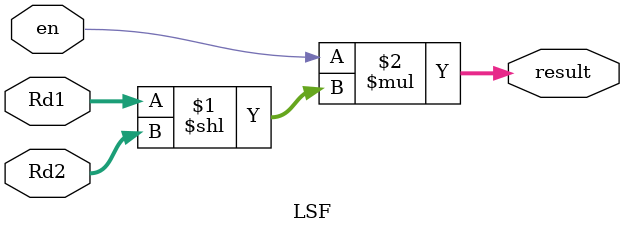
<source format=v>
`timescale 1ns / 1ps


module LSF(
    input en,
    input [3:0]Rd1,
    input [3:0]Rd2,
    output [3:0]result
    );
    
    assign result = en * (Rd1 << Rd2);          // enable ½ÅÈ£ ÀÎ°¡½Ã, Rd1À» Rd2¸¸Å­ shift left

endmodule

</source>
